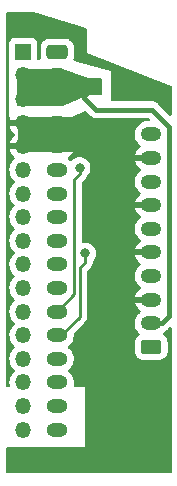
<source format=gbr>
G04 %TF.GenerationSoftware,KiCad,Pcbnew,(6.0.1)@% jlc*
G04 %TF.CreationDate,2022-07-06T22:23:35-07:00@% jlc*
G04 %TF.ProjectId,mu100-dit-connector-board,6d753130-302d-4646-9974-2d636f6e6e65,rev?@% jlc*
G04 %TF.SameCoordinates,PX4a615b8PY2b4db18@% jlc*
G04 %TF.FileFunction,Copper,L2,Bot@% jlc*
G04 %TF.FilePolarity,Positive@% jlc*
%FSLAX46Y46*%
G04 Gerber Fmt 4.6, Leading zero omitted, Abs format (unit mm)*
G04 Created by KiCad (PCBNEW (6.0.1)) date 2022-07-06 22:23:35*
%MOMM*%
%LPD*%
G01*
G04 APERTURE LIST*
G04 Aperture macros list*
%AMRoundRect*
0 Rectangle with rounded corners*
0 $1 Rounding radius*
0 $2 $3 $4 $5 $6 $7 $8 $9 X,Y pos of 4 corners*
0 Add a 4 corners polygon primitive as box body*
4,1,4,$2,$3,$4,$5,$6,$7,$8,$9,$2,$3,0*
0 Add four circle primitives for the rounded corners*
1,1,$1+$1,$2,$3*
1,1,$1+$1,$4,$5*
1,1,$1+$1,$6,$7*
1,1,$1+$1,$8,$9*
0 Add four rect primitives between the rounded corners*
20,1,$1+$1,$2,$3,$4,$5,0*
20,1,$1+$1,$4,$5,$6,$7,0*
20,1,$1+$1,$6,$7,$8,$9,0*
20,1,$1+$1,$8,$9,$2,$3,0*%
G04 Aperture macros list end*
G04 %TA.AperFunction,ComponentPad@% jlc*
%ADD10R,1.350000X1.350000*%
G04 %TD@% jlc*
G04 %TA.AperFunction,ComponentPad@% jlc*
%ADD11O,1.350000X1.350000*%
G04 %TD@% jlc*
G04 %TA.AperFunction,ComponentPad@% jlc*
%ADD12RoundRect,0.250000X0.625000X-0.350000X0.625000X0.350000X-0.625000X0.350000X-0.625000X-0.350000X0*%
G04 %TD@% jlc*
G04 %TA.AperFunction,ComponentPad@% jlc*
%ADD13O,1.750000X1.200000*%
G04 %TD@% jlc*
G04 %TA.AperFunction,ComponentPad@% jlc*
%ADD14RoundRect,0.250000X-0.650000X0.350000X-0.650000X-0.350000X0.650000X-0.350000X0.650000X0.350000X0*%
G04 %TD@% jlc*
G04 %TA.AperFunction,ComponentPad@% jlc*
%ADD15O,1.800000X1.200000*%
G04 %TD@% jlc*
G04 %TA.AperFunction,ViaPad@% jlc*
%ADD16C,0.800000*%
G04 %TD@% jlc*
G04 %TA.AperFunction,Conductor@% jlc*
%ADD17C,0.400000*%
G04 %TD@% jlc*
G04 %TA.AperFunction,Conductor@% jlc*
%ADD18C,0.250000*%
G04 %TD@% jlc*
G04 APERTURE END LIST*
D10*
G04 %TO.P,J1,1,Pin_1@% jlc*
G04 %TO.N,/RER@% jlc*
X79988400Y-49242000D03*
D11*
G04 %TO.P,J1,2,Pin_2@% jlc*
G04 %TO.N,+5V@% jlc*
X79988400Y-51242000D03*
G04 %TO.P,J1,3,Pin_3@% jlc*
X79988400Y-53242000D03*
G04 %TO.P,J1,4,Pin_4@% jlc*
G04 %TO.N,GND@% jlc*
X79988400Y-55242000D03*
G04 %TO.P,J1,5,Pin_5@% jlc*
X79988400Y-57242000D03*
G04 %TO.P,J1,6,Pin_6@% jlc*
G04 %TO.N,Net-(J1-Pad6)@% jlc*
X79988400Y-59242000D03*
G04 %TO.P,J1,7,Pin_7@% jlc*
G04 %TO.N,/MEL00@% jlc*
X79988400Y-61242000D03*
G04 %TO.P,J1,8,Pin_8@% jlc*
G04 %TO.N,/SYOD@% jlc*
X79988400Y-63242000D03*
G04 %TO.P,J1,9,Pin_9@% jlc*
G04 %TO.N,/QCLK@% jlc*
X79988400Y-65242000D03*
G04 %TO.P,J1,10,Pin_10@% jlc*
G04 %TO.N,Net-(J1-Pad10)@% jlc*
X79988400Y-67242000D03*
G04 %TO.P,J1,11,Pin_11@% jlc*
G04 %TO.N,/CK256@% jlc*
X79988400Y-69242000D03*
G04 %TO.P,J1,12,Pin_12@% jlc*
G04 %TO.N,/WCLK@% jlc*
X79988400Y-71242000D03*
G04 %TO.P,J1,13,Pin_13@% jlc*
G04 %TO.N,/DACOL@% jlc*
X79988400Y-73242000D03*
G04 %TO.P,J1,14,Pin_14@% jlc*
G04 %TO.N,/REA@% jlc*
X79988400Y-75242000D03*
G04 %TO.P,J1,15,Pin_15@% jlc*
G04 %TO.N,/REB@% jlc*
X79988400Y-77242000D03*
G04 %TO.P,J1,16,Pin_16@% jlc*
G04 %TO.N,GNDA@% jlc*
X79988400Y-79242000D03*
G04 %TO.P,J1,17,Pin_17@% jlc*
G04 %TO.N,+9VA@% jlc*
X79988400Y-81242000D03*
G04 %TD@% jlc*
D12*
G04 %TO.P,J3,1,Pin_1@% jlc*
G04 %TO.N,unconnected-(J3-Pad1)@% jlc*
X90808400Y-74232000D03*
D13*
G04 %TO.P,J3,2,Pin_2@% jlc*
G04 %TO.N,+5V@% jlc*
X90808400Y-72232000D03*
G04 %TO.P,J3,3,Pin_3@% jlc*
G04 %TO.N,GND@% jlc*
X90808400Y-70232000D03*
G04 %TO.P,J3,4,Pin_4@% jlc*
G04 %TO.N,/MCLK@% jlc*
X90808400Y-68232000D03*
G04 %TO.P,J3,5,Pin_5@% jlc*
G04 %TO.N,GND@% jlc*
X90808400Y-66232000D03*
G04 %TO.P,J3,6,Pin_6@% jlc*
G04 %TO.N,/SDAT@% jlc*
X90808400Y-64232000D03*
G04 %TO.P,J3,7,Pin_7@% jlc*
G04 %TO.N,GND@% jlc*
X90808400Y-62232000D03*
G04 %TO.P,J3,8,Pin_8@% jlc*
G04 %TO.N,/BICK@% jlc*
X90808400Y-60232000D03*
G04 %TO.P,J3,9,Pin_9@% jlc*
G04 %TO.N,GND@% jlc*
X90808400Y-58232000D03*
G04 %TO.P,J3,10,Pin_10@% jlc*
G04 %TO.N,/LRCK@% jlc*
X90808400Y-56232000D03*
G04 %TD@% jlc*
D14*
G04 %TO.P,J2,1,Pin_1@% jlc*
G04 %TO.N,/RER@% jlc*
X82848400Y-49242000D03*
D15*
G04 %TO.P,J2,2,Pin_2@% jlc*
G04 %TO.N,+5V@% jlc*
X82848400Y-51242000D03*
G04 %TO.P,J2,3,Pin_3@% jlc*
X82848400Y-53242000D03*
G04 %TO.P,J2,4,Pin_4@% jlc*
G04 %TO.N,GND@% jlc*
X82848400Y-55242000D03*
G04 %TO.P,J2,5,Pin_5@% jlc*
X82848400Y-57242000D03*
G04 %TO.P,J2,6,Pin_6@% jlc*
G04 %TO.N,Net-(J1-Pad6)@% jlc*
X82848400Y-59242000D03*
G04 %TO.P,J2,7,Pin_7@% jlc*
G04 %TO.N,/MEL00@% jlc*
X82848400Y-61242000D03*
G04 %TO.P,J2,8,Pin_8@% jlc*
G04 %TO.N,/SYOD@% jlc*
X82848400Y-63242000D03*
G04 %TO.P,J2,9,Pin_9@% jlc*
G04 %TO.N,/QCLK@% jlc*
X82848400Y-65242000D03*
G04 %TO.P,J2,10,Pin_10@% jlc*
G04 %TO.N,Net-(J1-Pad10)@% jlc*
X82848400Y-67242000D03*
G04 %TO.P,J2,11,Pin_11@% jlc*
G04 %TO.N,/CK256@% jlc*
X82848400Y-69242000D03*
G04 %TO.P,J2,12,Pin_12@% jlc*
G04 %TO.N,/WCLK@% jlc*
X82848400Y-71242000D03*
G04 %TO.P,J2,13,Pin_13@% jlc*
G04 %TO.N,/DACOL@% jlc*
X82848400Y-73242000D03*
G04 %TO.P,J2,14,Pin_14@% jlc*
G04 %TO.N,/REA@% jlc*
X82848400Y-75242000D03*
G04 %TO.P,J2,15,Pin_15@% jlc*
G04 %TO.N,/REB@% jlc*
X82848400Y-77242000D03*
G04 %TO.P,J2,16,Pin_16@% jlc*
G04 %TO.N,GNDA@% jlc*
X82848400Y-79242000D03*
G04 %TO.P,J2,17,Pin_17@% jlc*
G04 %TO.N,+9VA@% jlc*
X82848400Y-81242000D03*
G04 %TD@% jlc*
D16*
G04 %TO.N,GND@% jlc*
X92088400Y-53722000D03*
X90058400Y-52932000D03*
X85028400Y-54802000D03*
X86388400Y-55292000D03*
X88068400Y-55352000D03*
G04 %TO.N,/WCLK@% jlc*
X84756400Y-59071600D03*
G04 %TO.N,/DACOL@% jlc*
X85213600Y-66310600D03*
G04 %TD@% jlc*
D17*
G04 %TO.N,+5V@% jlc*
X83657800Y-51242000D02*
X85264400Y-52848600D01*
X82848400Y-53242000D02*
X83953000Y-52137400D01*
X82848400Y-51242000D02*
X83657800Y-51242000D01*
X84172200Y-52137400D02*
X86178800Y-54144000D01*
X92308880Y-55575080D02*
X92308880Y-71610520D01*
X90877800Y-54144000D02*
X92308880Y-55575080D01*
X83953000Y-52137400D02*
X84172200Y-52137400D01*
X91687400Y-72232000D02*
X90808400Y-72232000D01*
X86178800Y-54144000D02*
X90877800Y-54144000D01*
X92308880Y-71610520D02*
X91687400Y-72232000D01*
X85264400Y-52848600D02*
X83241800Y-52848600D01*
D18*
G04 %TO.N,/WCLK@% jlc*
X84756400Y-59071600D02*
X84756400Y-59594000D01*
X84299200Y-69791200D02*
X82848400Y-71242000D01*
X84756400Y-59594000D02*
X84299200Y-60051200D01*
X84299200Y-60051200D02*
X84299200Y-69791200D01*
G04 %TO.N,/DACOL@% jlc*
X85213600Y-67072600D02*
X84756400Y-67529800D01*
X85213600Y-66310600D02*
X85213600Y-67072600D01*
X84756400Y-67529800D02*
X84756400Y-71670000D01*
X84756400Y-71670000D02*
X83184400Y-73242000D01*
X83184400Y-73242000D02*
X82848400Y-73242000D01*
G04 %TD@% jlc*
G04 %TA.AperFunction,Conductor@% jlc*
G04 %TO.N,GND@% jlc*
G36*
X85322672Y-54289842D02*
G01*
X85657350Y-54624520D01*
X85663204Y-54630785D01*
X85701239Y-54674385D01*
X85707453Y-54678752D01*
X85753519Y-54711128D01*
X85758814Y-54715061D01*
X85809082Y-54754476D01*
X85815998Y-54757599D01*
X85818284Y-54758983D01*
X85832965Y-54767357D01*
X85835325Y-54768622D01*
X85841539Y-54772990D01*
X85848618Y-54775750D01*
X85848620Y-54775751D01*
X85901075Y-54796202D01*
X85907144Y-54798753D01*
X85965373Y-54825045D01*
X85972840Y-54826429D01*
X85975395Y-54827230D01*
X85991648Y-54831859D01*
X85994228Y-54832522D01*
X86001309Y-54835282D01*
X86008840Y-54836273D01*
X86008842Y-54836274D01*
X86038461Y-54840173D01*
X86064661Y-54843622D01*
X86071159Y-54844652D01*
X86133986Y-54856296D01*
X86141566Y-54855859D01*
X86141567Y-54855859D01*
X86196192Y-54852709D01*
X86203446Y-54852500D01*
X90532140Y-54852500D01*
X90600261Y-54872502D01*
X90621235Y-54889405D01*
X90640235Y-54908405D01*
X90674261Y-54970717D01*
X90669196Y-55041532D01*
X90626649Y-55098368D01*
X90560129Y-55123179D01*
X90551140Y-55123500D01*
X90480554Y-55123500D01*
X90322834Y-55138548D01*
X90119866Y-55198092D01*
X90114539Y-55200836D01*
X90114538Y-55200836D01*
X89937151Y-55292196D01*
X89937148Y-55292198D01*
X89931820Y-55294942D01*
X89765480Y-55425604D01*
X89761548Y-55430135D01*
X89761545Y-55430138D01*
X89692766Y-55509399D01*
X89626848Y-55585363D01*
X89623848Y-55590549D01*
X89623845Y-55590553D01*
X89543016Y-55730272D01*
X89520927Y-55768454D01*
X89451539Y-55968271D01*
X89450678Y-55974206D01*
X89450678Y-55974208D01*
X89426298Y-56142357D01*
X89421187Y-56177604D01*
X89430967Y-56388899D01*
X89432371Y-56394724D01*
X89432371Y-56394725D01*
X89462467Y-56519603D01*
X89480525Y-56594534D01*
X89568074Y-56787087D01*
X89690454Y-56959611D01*
X89843250Y-57105881D01*
X89848281Y-57109130D01*
X89848288Y-57109135D01*
X89876007Y-57127033D01*
X89922384Y-57180789D01*
X89932337Y-57251085D01*
X89902704Y-57315602D01*
X89885491Y-57331970D01*
X89770543Y-57422262D01*
X89761894Y-57430499D01*
X89631188Y-57581123D01*
X89624253Y-57590847D01*
X89524390Y-57763467D01*
X89519416Y-57774331D01*
X89453993Y-57962727D01*
X89453752Y-57963716D01*
X89455220Y-57974008D01*
X89468785Y-57978000D01*
X90936400Y-57978000D01*
X91004521Y-57998002D01*
X91051014Y-58051658D01*
X91062400Y-58104000D01*
X91062400Y-58360000D01*
X91042398Y-58428121D01*
X90988742Y-58474614D01*
X90936400Y-58486000D01*
X89472998Y-58486000D01*
X89459467Y-58489973D01*
X89458112Y-58499399D01*
X89479594Y-58588537D01*
X89483483Y-58599832D01*
X89566029Y-58781382D01*
X89571976Y-58791724D01*
X89687368Y-58954397D01*
X89695161Y-58963425D01*
X89839231Y-59101342D01*
X89848600Y-59108741D01*
X89875977Y-59126418D01*
X89922355Y-59180172D01*
X89932309Y-59250468D01*
X89902678Y-59314985D01*
X89885463Y-59331356D01*
X89765480Y-59425604D01*
X89761548Y-59430135D01*
X89761545Y-59430138D01*
X89642954Y-59566802D01*
X89626848Y-59585363D01*
X89623848Y-59590549D01*
X89623845Y-59590553D01*
X89595961Y-59638753D01*
X89520927Y-59768454D01*
X89451539Y-59968271D01*
X89450678Y-59974206D01*
X89450678Y-59974208D01*
X89435307Y-60080223D01*
X89421187Y-60177604D01*
X89430967Y-60388899D01*
X89480525Y-60594534D01*
X89568074Y-60787087D01*
X89690454Y-60959611D01*
X89843250Y-61105881D01*
X89848281Y-61109130D01*
X89848288Y-61109135D01*
X89876007Y-61127033D01*
X89922384Y-61180789D01*
X89932337Y-61251085D01*
X89902704Y-61315602D01*
X89885491Y-61331970D01*
X89770543Y-61422262D01*
X89761894Y-61430499D01*
X89631188Y-61581123D01*
X89624253Y-61590847D01*
X89524390Y-61763467D01*
X89519416Y-61774331D01*
X89453993Y-61962727D01*
X89453752Y-61963716D01*
X89455220Y-61974008D01*
X89468785Y-61978000D01*
X90936400Y-61978000D01*
X91004521Y-61998002D01*
X91051014Y-62051658D01*
X91062400Y-62104000D01*
X91062400Y-62360000D01*
X91042398Y-62428121D01*
X90988742Y-62474614D01*
X90936400Y-62486000D01*
X89472998Y-62486000D01*
X89459467Y-62489973D01*
X89458112Y-62499399D01*
X89479594Y-62588537D01*
X89483483Y-62599832D01*
X89566029Y-62781382D01*
X89571976Y-62791724D01*
X89687368Y-62954397D01*
X89695161Y-62963425D01*
X89839231Y-63101342D01*
X89848600Y-63108741D01*
X89875977Y-63126418D01*
X89922355Y-63180172D01*
X89932309Y-63250468D01*
X89902678Y-63314985D01*
X89885463Y-63331356D01*
X89765480Y-63425604D01*
X89761548Y-63430135D01*
X89761545Y-63430138D01*
X89642954Y-63566802D01*
X89626848Y-63585363D01*
X89623848Y-63590549D01*
X89623845Y-63590553D01*
X89595961Y-63638753D01*
X89520927Y-63768454D01*
X89451539Y-63968271D01*
X89421187Y-64177604D01*
X89430967Y-64388899D01*
X89480525Y-64594534D01*
X89568074Y-64787087D01*
X89690454Y-64959611D01*
X89843250Y-65105881D01*
X89848281Y-65109130D01*
X89848288Y-65109135D01*
X89876007Y-65127033D01*
X89922384Y-65180789D01*
X89932337Y-65251085D01*
X89902704Y-65315602D01*
X89885491Y-65331970D01*
X89770543Y-65422262D01*
X89761894Y-65430499D01*
X89631188Y-65581123D01*
X89624253Y-65590847D01*
X89524390Y-65763467D01*
X89519416Y-65774331D01*
X89453993Y-65962727D01*
X89453752Y-65963716D01*
X89455220Y-65974008D01*
X89468785Y-65978000D01*
X90936400Y-65978000D01*
X91004521Y-65998002D01*
X91051014Y-66051658D01*
X91062400Y-66104000D01*
X91062400Y-66360000D01*
X91042398Y-66428121D01*
X90988742Y-66474614D01*
X90936400Y-66486000D01*
X89472998Y-66486000D01*
X89459467Y-66489973D01*
X89458112Y-66499399D01*
X89479594Y-66588537D01*
X89483483Y-66599832D01*
X89566029Y-66781382D01*
X89571976Y-66791724D01*
X89687368Y-66954397D01*
X89695161Y-66963425D01*
X89839231Y-67101342D01*
X89848600Y-67108741D01*
X89875977Y-67126418D01*
X89922355Y-67180172D01*
X89932309Y-67250468D01*
X89902678Y-67314985D01*
X89885463Y-67331356D01*
X89765480Y-67425604D01*
X89761548Y-67430135D01*
X89761545Y-67430138D01*
X89710253Y-67489247D01*
X89626848Y-67585363D01*
X89623848Y-67590549D01*
X89623845Y-67590553D01*
X89595961Y-67638753D01*
X89520927Y-67768454D01*
X89451539Y-67968271D01*
X89421187Y-68177604D01*
X89430967Y-68388899D01*
X89480525Y-68594534D01*
X89568074Y-68787087D01*
X89690454Y-68959611D01*
X89843250Y-69105881D01*
X89848281Y-69109130D01*
X89848288Y-69109135D01*
X89876007Y-69127033D01*
X89922384Y-69180789D01*
X89932337Y-69251085D01*
X89902704Y-69315602D01*
X89885491Y-69331970D01*
X89770543Y-69422262D01*
X89761894Y-69430499D01*
X89631188Y-69581123D01*
X89624253Y-69590847D01*
X89524390Y-69763467D01*
X89519416Y-69774331D01*
X89453993Y-69962727D01*
X89453752Y-69963716D01*
X89455220Y-69974008D01*
X89468785Y-69978000D01*
X90936400Y-69978000D01*
X91004521Y-69998002D01*
X91051014Y-70051658D01*
X91062400Y-70104000D01*
X91062400Y-70360000D01*
X91042398Y-70428121D01*
X90988742Y-70474614D01*
X90936400Y-70486000D01*
X89472998Y-70486000D01*
X89459467Y-70489973D01*
X89458112Y-70499399D01*
X89479594Y-70588537D01*
X89483483Y-70599832D01*
X89566029Y-70781382D01*
X89571976Y-70791724D01*
X89687368Y-70954397D01*
X89695161Y-70963425D01*
X89839231Y-71101342D01*
X89848600Y-71108741D01*
X89875977Y-71126418D01*
X89922355Y-71180172D01*
X89932309Y-71250468D01*
X89902678Y-71314985D01*
X89885463Y-71331356D01*
X89765480Y-71425604D01*
X89761548Y-71430135D01*
X89761545Y-71430138D01*
X89642954Y-71566802D01*
X89626848Y-71585363D01*
X89623848Y-71590549D01*
X89623845Y-71590553D01*
X89543303Y-71729776D01*
X89520927Y-71768454D01*
X89451539Y-71968271D01*
X89450678Y-71974206D01*
X89450678Y-71974208D01*
X89422666Y-72167407D01*
X89421187Y-72177604D01*
X89430967Y-72388899D01*
X89432371Y-72394724D01*
X89432371Y-72394725D01*
X89469095Y-72547105D01*
X89480525Y-72594534D01*
X89568074Y-72787087D01*
X89690454Y-72959611D01*
X89694781Y-72963753D01*
X89694786Y-72963759D01*
X89785717Y-73050806D01*
X89821094Y-73112361D01*
X89817575Y-73183270D01*
X89776279Y-73241021D01*
X89764896Y-73248965D01*
X89709052Y-73283522D01*
X89584095Y-73408697D01*
X89491285Y-73559262D01*
X89488981Y-73566209D01*
X89441042Y-73710742D01*
X89435603Y-73727139D01*
X89424900Y-73831600D01*
X89424900Y-74632400D01*
X89435874Y-74738166D01*
X89491850Y-74905946D01*
X89584922Y-75056348D01*
X89710097Y-75181305D01*
X89716327Y-75185145D01*
X89716328Y-75185146D01*
X89853490Y-75269694D01*
X89860662Y-75274115D01*
X89909757Y-75290399D01*
X90022011Y-75327632D01*
X90022013Y-75327632D01*
X90028539Y-75329797D01*
X90035375Y-75330497D01*
X90035378Y-75330498D01*
X90078431Y-75334909D01*
X90133000Y-75340500D01*
X91483800Y-75340500D01*
X91487046Y-75340163D01*
X91487050Y-75340163D01*
X91582708Y-75330238D01*
X91582712Y-75330237D01*
X91589566Y-75329526D01*
X91596102Y-75327345D01*
X91596104Y-75327345D01*
X91728206Y-75283272D01*
X91757346Y-75273550D01*
X91907748Y-75180478D01*
X92032705Y-75055303D01*
X92069949Y-74994882D01*
X92121675Y-74910968D01*
X92121676Y-74910966D01*
X92125515Y-74904738D01*
X92181197Y-74736861D01*
X92191900Y-74632400D01*
X92191900Y-73831600D01*
X92180926Y-73725834D01*
X92174158Y-73705546D01*
X92127268Y-73565002D01*
X92124950Y-73558054D01*
X92031878Y-73407652D01*
X91906703Y-73282695D01*
X91855164Y-73250925D01*
X91807671Y-73198154D01*
X91796247Y-73128082D01*
X91824521Y-73062958D01*
X91843445Y-73044582D01*
X91851320Y-73038396D01*
X91975088Y-72895766D01*
X92011550Y-72866945D01*
X92018056Y-72864487D01*
X92024317Y-72860185D01*
X92026686Y-72858946D01*
X92041497Y-72850701D01*
X92043751Y-72849368D01*
X92050705Y-72846315D01*
X92101402Y-72807413D01*
X92106732Y-72803541D01*
X92153120Y-72771661D01*
X92153125Y-72771656D01*
X92159381Y-72767357D01*
X92200827Y-72720839D01*
X92205808Y-72715563D01*
X92345305Y-72576066D01*
X92407617Y-72542040D01*
X92478432Y-72547105D01*
X92535268Y-72589652D01*
X92560079Y-72656172D01*
X92560400Y-72665161D01*
X92560400Y-84773000D01*
X92540398Y-84841121D01*
X92486742Y-84887614D01*
X92434400Y-84899000D01*
X78627400Y-84899000D01*
X78559279Y-84878998D01*
X78512786Y-84825342D01*
X78501400Y-84773000D01*
X78501400Y-82867400D01*
X78521402Y-82799279D01*
X78575058Y-82752786D01*
X78627400Y-82741400D01*
X85231800Y-82741400D01*
X85231800Y-77632000D01*
X84357539Y-77632000D01*
X84289418Y-77611998D01*
X84242925Y-77558342D01*
X84232843Y-77487920D01*
X84259752Y-77302336D01*
X84259752Y-77302333D01*
X84260613Y-77296396D01*
X84250833Y-77085101D01*
X84201275Y-76879466D01*
X84161812Y-76792671D01*
X84116206Y-76692368D01*
X84113726Y-76686913D01*
X83991346Y-76514389D01*
X83838550Y-76368119D01*
X83832655Y-76364312D01*
X83806237Y-76347254D01*
X83759860Y-76293499D01*
X83749907Y-76223203D01*
X83779539Y-76158686D01*
X83796753Y-76142317D01*
X83911602Y-76052102D01*
X83916320Y-76048396D01*
X83920252Y-76043865D01*
X83920255Y-76043862D01*
X84051021Y-75893167D01*
X84054952Y-75888637D01*
X84057952Y-75883451D01*
X84057955Y-75883447D01*
X84157867Y-75710742D01*
X84160873Y-75705546D01*
X84230261Y-75505729D01*
X84254267Y-75340163D01*
X84259752Y-75302336D01*
X84259752Y-75302333D01*
X84260613Y-75296396D01*
X84250833Y-75085101D01*
X84205982Y-74898998D01*
X84202681Y-74885299D01*
X84202680Y-74885297D01*
X84201275Y-74879466D01*
X84161812Y-74792671D01*
X84133911Y-74731308D01*
X84113726Y-74686913D01*
X83991346Y-74514389D01*
X83838550Y-74368119D01*
X83832655Y-74364312D01*
X83806237Y-74347254D01*
X83759860Y-74293499D01*
X83749907Y-74223203D01*
X83779539Y-74158686D01*
X83796753Y-74142317D01*
X83911602Y-74052102D01*
X83916320Y-74048396D01*
X83920252Y-74043865D01*
X83920255Y-74043862D01*
X84051021Y-73893167D01*
X84054952Y-73888637D01*
X84057952Y-73883451D01*
X84057955Y-73883447D01*
X84157867Y-73710742D01*
X84160873Y-73705546D01*
X84230261Y-73505729D01*
X84260613Y-73296396D01*
X84254541Y-73165204D01*
X84252803Y-73127652D01*
X84269634Y-73058680D01*
X84289573Y-73032731D01*
X85148658Y-72173647D01*
X85156937Y-72166113D01*
X85163418Y-72162000D01*
X85210044Y-72112348D01*
X85212798Y-72109507D01*
X85232535Y-72089770D01*
X85235015Y-72086573D01*
X85242720Y-72077551D01*
X85267559Y-72051100D01*
X85272986Y-72045321D01*
X85276805Y-72038375D01*
X85276807Y-72038372D01*
X85282748Y-72027566D01*
X85293599Y-72011047D01*
X85301158Y-72001301D01*
X85306014Y-71995041D01*
X85309159Y-71987772D01*
X85309162Y-71987768D01*
X85323574Y-71954463D01*
X85328791Y-71943813D01*
X85350095Y-71905060D01*
X85355133Y-71885437D01*
X85361537Y-71866734D01*
X85366433Y-71855420D01*
X85366433Y-71855419D01*
X85369581Y-71848145D01*
X85370820Y-71840322D01*
X85370823Y-71840312D01*
X85376499Y-71804476D01*
X85378905Y-71792856D01*
X85387928Y-71757711D01*
X85387928Y-71757710D01*
X85389900Y-71750030D01*
X85389900Y-71729776D01*
X85391451Y-71710065D01*
X85393380Y-71697886D01*
X85394620Y-71690057D01*
X85390459Y-71646038D01*
X85389900Y-71634181D01*
X85389900Y-67844394D01*
X85409902Y-67776273D01*
X85426805Y-67755299D01*
X85605847Y-67576257D01*
X85614137Y-67568713D01*
X85620618Y-67564600D01*
X85667259Y-67514932D01*
X85670013Y-67512091D01*
X85689734Y-67492370D01*
X85692212Y-67489175D01*
X85699918Y-67480153D01*
X85724758Y-67453701D01*
X85730186Y-67447921D01*
X85739946Y-67430168D01*
X85750799Y-67413645D01*
X85758353Y-67403906D01*
X85763213Y-67397641D01*
X85780776Y-67357057D01*
X85785983Y-67346427D01*
X85807295Y-67307660D01*
X85809266Y-67299983D01*
X85809268Y-67299978D01*
X85812332Y-67288042D01*
X85818738Y-67269330D01*
X85823634Y-67258017D01*
X85826781Y-67250745D01*
X85833697Y-67207081D01*
X85836104Y-67195460D01*
X85845128Y-67160311D01*
X85845128Y-67160310D01*
X85847100Y-67152630D01*
X85847100Y-67132369D01*
X85848651Y-67112658D01*
X85849272Y-67108741D01*
X85851819Y-67092657D01*
X85847659Y-67048646D01*
X85847100Y-67036789D01*
X85847100Y-67013124D01*
X85867102Y-66945003D01*
X85879458Y-66928821D01*
X85952640Y-66847544D01*
X86048127Y-66682156D01*
X86107142Y-66500528D01*
X86108252Y-66489973D01*
X86126414Y-66317165D01*
X86127104Y-66310600D01*
X86117841Y-66222465D01*
X86107832Y-66127235D01*
X86107832Y-66127233D01*
X86107142Y-66120672D01*
X86048127Y-65939044D01*
X85952640Y-65773656D01*
X85824853Y-65631734D01*
X85670352Y-65519482D01*
X85664324Y-65516798D01*
X85664322Y-65516797D01*
X85501919Y-65444491D01*
X85501918Y-65444491D01*
X85495888Y-65441806D01*
X85402487Y-65421953D01*
X85315544Y-65403472D01*
X85315539Y-65403472D01*
X85309087Y-65402100D01*
X85118113Y-65402100D01*
X85107865Y-65404278D01*
X85084896Y-65409160D01*
X85014105Y-65403757D01*
X84957473Y-65360940D01*
X84932980Y-65294302D01*
X84932700Y-65285913D01*
X84932700Y-60365794D01*
X84952702Y-60297673D01*
X84969605Y-60276699D01*
X85148647Y-60097657D01*
X85156937Y-60090113D01*
X85163418Y-60086000D01*
X85210059Y-60036332D01*
X85212813Y-60033491D01*
X85232534Y-60013770D01*
X85235012Y-60010575D01*
X85242718Y-60001553D01*
X85267558Y-59975101D01*
X85272986Y-59969321D01*
X85282746Y-59951568D01*
X85293599Y-59935045D01*
X85301153Y-59925306D01*
X85306013Y-59919041D01*
X85323576Y-59878457D01*
X85328783Y-59867827D01*
X85350095Y-59829060D01*
X85352066Y-59821383D01*
X85352068Y-59821378D01*
X85355132Y-59809442D01*
X85361538Y-59790730D01*
X85366433Y-59779419D01*
X85369581Y-59772145D01*
X85370602Y-59765699D01*
X85397581Y-59717229D01*
X85491017Y-59613457D01*
X85491020Y-59613453D01*
X85495440Y-59608544D01*
X85590927Y-59443156D01*
X85649942Y-59261528D01*
X85651105Y-59250468D01*
X85669214Y-59078165D01*
X85669904Y-59071600D01*
X85661841Y-58994882D01*
X85650632Y-58888235D01*
X85650632Y-58888233D01*
X85649942Y-58881672D01*
X85590927Y-58700044D01*
X85495440Y-58534656D01*
X85463695Y-58499399D01*
X85372075Y-58397645D01*
X85372074Y-58397644D01*
X85367653Y-58392734D01*
X85213152Y-58280482D01*
X85207124Y-58277798D01*
X85207122Y-58277797D01*
X85044719Y-58205491D01*
X85044718Y-58205491D01*
X85038688Y-58202806D01*
X84945287Y-58182953D01*
X84858344Y-58164472D01*
X84858339Y-58164472D01*
X84851887Y-58163100D01*
X84660913Y-58163100D01*
X84654461Y-58164472D01*
X84654456Y-58164472D01*
X84567513Y-58182953D01*
X84474112Y-58202806D01*
X84468082Y-58205491D01*
X84468081Y-58205491D01*
X84305678Y-58277797D01*
X84305676Y-58277798D01*
X84299648Y-58280482D01*
X84145147Y-58392734D01*
X84113285Y-58428121D01*
X84102044Y-58440605D01*
X84041598Y-58477845D01*
X83970615Y-58476493D01*
X83921277Y-58447313D01*
X83842880Y-58372264D01*
X83838550Y-58368119D01*
X83833519Y-58364870D01*
X83833512Y-58364865D01*
X83805793Y-58346967D01*
X83759416Y-58293211D01*
X83749463Y-58222915D01*
X83779096Y-58158398D01*
X83796309Y-58142030D01*
X83911257Y-58051738D01*
X83919906Y-58043501D01*
X84050612Y-57892877D01*
X84057547Y-57883153D01*
X84157410Y-57710533D01*
X84162384Y-57699669D01*
X84227807Y-57511273D01*
X84228048Y-57510284D01*
X84226580Y-57499992D01*
X84213015Y-57496000D01*
X81487998Y-57496000D01*
X81474467Y-57499973D01*
X81473112Y-57509399D01*
X81488073Y-57571480D01*
X81484588Y-57642391D01*
X81443318Y-57700161D01*
X81377367Y-57726447D01*
X81365580Y-57727000D01*
X81248987Y-57727000D01*
X81180866Y-57706998D01*
X81134373Y-57653342D01*
X81124269Y-57583068D01*
X81129674Y-57560499D01*
X81141785Y-57524821D01*
X81144417Y-57513857D01*
X81142440Y-57499992D01*
X81128874Y-57496000D01*
X78850381Y-57496000D01*
X78836850Y-57499973D01*
X78835558Y-57508962D01*
X78867056Y-57632985D01*
X78870897Y-57643832D01*
X78957085Y-57830789D01*
X78962836Y-57840750D01*
X79081654Y-58008873D01*
X79089125Y-58017621D01*
X79228518Y-58153411D01*
X79263356Y-58215272D01*
X79259219Y-58286148D01*
X79223674Y-58338396D01*
X79126242Y-58423842D01*
X78991581Y-58594658D01*
X78890305Y-58787154D01*
X78888592Y-58792671D01*
X78835571Y-58963425D01*
X78825803Y-58994882D01*
X78800237Y-59210887D01*
X78814463Y-59427933D01*
X78815884Y-59433529D01*
X78815885Y-59433534D01*
X78866584Y-59633158D01*
X78868005Y-59638753D01*
X78959068Y-59836285D01*
X78962401Y-59841001D01*
X79057174Y-59975101D01*
X79084604Y-60013914D01*
X79088746Y-60017949D01*
X79228141Y-60153741D01*
X79262979Y-60215602D01*
X79258842Y-60286478D01*
X79223299Y-60338726D01*
X79126242Y-60423842D01*
X78991581Y-60594658D01*
X78890305Y-60787154D01*
X78825803Y-60994882D01*
X78800237Y-61210887D01*
X78814463Y-61427933D01*
X78868005Y-61638753D01*
X78959068Y-61836285D01*
X78962401Y-61841001D01*
X79048429Y-61962727D01*
X79084604Y-62013914D01*
X79088746Y-62017949D01*
X79228141Y-62153741D01*
X79262979Y-62215602D01*
X79258842Y-62286478D01*
X79223299Y-62338726D01*
X79126242Y-62423842D01*
X78991581Y-62594658D01*
X78890305Y-62787154D01*
X78888592Y-62792671D01*
X78835571Y-62963425D01*
X78825803Y-62994882D01*
X78800237Y-63210887D01*
X78814463Y-63427933D01*
X78815884Y-63433529D01*
X78815885Y-63433534D01*
X78855764Y-63590553D01*
X78868005Y-63638753D01*
X78959068Y-63836285D01*
X78962401Y-63841001D01*
X79056543Y-63974208D01*
X79084604Y-64013914D01*
X79088746Y-64017949D01*
X79228141Y-64153741D01*
X79262979Y-64215602D01*
X79258842Y-64286478D01*
X79223299Y-64338726D01*
X79126242Y-64423842D01*
X78991581Y-64594658D01*
X78890305Y-64787154D01*
X78825803Y-64994882D01*
X78800237Y-65210887D01*
X78814463Y-65427933D01*
X78815884Y-65433529D01*
X78815885Y-65433534D01*
X78838699Y-65523363D01*
X78868005Y-65638753D01*
X78959068Y-65836285D01*
X78962401Y-65841001D01*
X79048429Y-65962727D01*
X79084604Y-66013914D01*
X79088746Y-66017949D01*
X79228141Y-66153741D01*
X79262979Y-66215602D01*
X79258842Y-66286478D01*
X79223299Y-66338726D01*
X79126242Y-66423842D01*
X78991581Y-66594658D01*
X78890305Y-66787154D01*
X78888592Y-66792671D01*
X78835571Y-66963425D01*
X78825803Y-66994882D01*
X78800237Y-67210887D01*
X78814463Y-67427933D01*
X78815884Y-67433529D01*
X78815885Y-67433534D01*
X78855764Y-67590553D01*
X78868005Y-67638753D01*
X78959068Y-67836285D01*
X78962401Y-67841001D01*
X79056543Y-67974208D01*
X79084604Y-68013914D01*
X79088746Y-68017949D01*
X79228141Y-68153741D01*
X79262979Y-68215602D01*
X79258842Y-68286478D01*
X79223299Y-68338726D01*
X79126242Y-68423842D01*
X78991581Y-68594658D01*
X78890305Y-68787154D01*
X78825803Y-68994882D01*
X78800237Y-69210887D01*
X78814463Y-69427933D01*
X78868005Y-69638753D01*
X78959068Y-69836285D01*
X78962401Y-69841001D01*
X79048429Y-69962727D01*
X79084604Y-70013914D01*
X79088746Y-70017949D01*
X79228141Y-70153741D01*
X79262979Y-70215602D01*
X79258842Y-70286478D01*
X79223299Y-70338726D01*
X79126242Y-70423842D01*
X78991581Y-70594658D01*
X78890305Y-70787154D01*
X78888592Y-70792671D01*
X78835571Y-70963425D01*
X78825803Y-70994882D01*
X78800237Y-71210887D01*
X78814463Y-71427933D01*
X78815884Y-71433529D01*
X78815885Y-71433534D01*
X78855764Y-71590553D01*
X78868005Y-71638753D01*
X78870422Y-71643996D01*
X78900880Y-71710065D01*
X78959068Y-71836285D01*
X78962401Y-71841001D01*
X79056543Y-71974208D01*
X79084604Y-72013914D01*
X79088746Y-72017949D01*
X79228141Y-72153741D01*
X79262979Y-72215602D01*
X79258842Y-72286478D01*
X79223299Y-72338726D01*
X79126242Y-72423842D01*
X78991581Y-72594658D01*
X78890305Y-72787154D01*
X78825803Y-72994882D01*
X78800237Y-73210887D01*
X78814463Y-73427933D01*
X78815884Y-73433529D01*
X78815885Y-73433534D01*
X78849274Y-73565002D01*
X78868005Y-73638753D01*
X78959068Y-73836285D01*
X79084604Y-74013914D01*
X79088746Y-74017949D01*
X79228141Y-74153741D01*
X79262979Y-74215602D01*
X79258842Y-74286478D01*
X79223299Y-74338726D01*
X79126242Y-74423842D01*
X79122670Y-74428373D01*
X79058126Y-74510247D01*
X78991581Y-74594658D01*
X78890305Y-74787154D01*
X78825803Y-74994882D01*
X78800237Y-75210887D01*
X78814463Y-75427933D01*
X78868005Y-75638753D01*
X78959068Y-75836285D01*
X79084604Y-76013914D01*
X79088746Y-76017949D01*
X79228141Y-76153741D01*
X79262979Y-76215602D01*
X79258842Y-76286478D01*
X79223299Y-76338726D01*
X79126242Y-76423842D01*
X79122670Y-76428373D01*
X79058126Y-76510247D01*
X78991581Y-76594658D01*
X78890305Y-76787154D01*
X78825803Y-76994882D01*
X78800237Y-77210887D01*
X78814463Y-77427933D01*
X78826413Y-77474985D01*
X78823795Y-77545932D01*
X78783235Y-77604202D01*
X78717611Y-77631294D01*
X78704290Y-77632000D01*
X78627400Y-77632000D01*
X78559279Y-77611998D01*
X78512786Y-77558342D01*
X78501400Y-77506000D01*
X78501400Y-56984799D01*
X78833618Y-56984799D01*
X78840350Y-56988000D01*
X79716285Y-56988000D01*
X79731524Y-56983525D01*
X79732729Y-56982135D01*
X79734400Y-56974452D01*
X79734400Y-56969885D01*
X80242400Y-56969885D01*
X80246875Y-56985124D01*
X80248265Y-56986329D01*
X80255948Y-56988000D01*
X81127885Y-56988000D01*
X81141416Y-56984027D01*
X81142585Y-56975892D01*
X81141971Y-56973716D01*
X81468752Y-56973716D01*
X81470220Y-56984008D01*
X81483785Y-56988000D01*
X82576285Y-56988000D01*
X82591524Y-56983525D01*
X82592729Y-56982135D01*
X82594400Y-56974452D01*
X82594400Y-56969885D01*
X83102400Y-56969885D01*
X83106875Y-56985124D01*
X83108265Y-56986329D01*
X83115948Y-56988000D01*
X84208802Y-56988000D01*
X84222333Y-56984027D01*
X84223688Y-56974601D01*
X84202206Y-56885463D01*
X84198317Y-56874168D01*
X84115771Y-56692618D01*
X84109824Y-56682276D01*
X83994432Y-56519603D01*
X83986639Y-56510575D01*
X83842569Y-56372658D01*
X83833199Y-56365258D01*
X83805379Y-56347295D01*
X83759001Y-56293540D01*
X83749047Y-56223244D01*
X83778678Y-56158727D01*
X83795893Y-56142357D01*
X83911257Y-56051738D01*
X83919906Y-56043501D01*
X84050612Y-55892877D01*
X84057547Y-55883153D01*
X84157410Y-55710533D01*
X84162384Y-55699669D01*
X84227807Y-55511273D01*
X84228048Y-55510284D01*
X84226580Y-55499992D01*
X84213015Y-55496000D01*
X83120515Y-55496000D01*
X83105276Y-55500475D01*
X83104071Y-55501865D01*
X83102400Y-55509548D01*
X83102400Y-56969885D01*
X82594400Y-56969885D01*
X82594400Y-55514115D01*
X82589925Y-55498876D01*
X82588535Y-55497671D01*
X82580852Y-55496000D01*
X81487998Y-55496000D01*
X81474467Y-55499973D01*
X81473112Y-55509399D01*
X81494594Y-55598537D01*
X81498483Y-55609832D01*
X81581029Y-55791382D01*
X81586976Y-55801724D01*
X81702368Y-55964397D01*
X81710161Y-55973425D01*
X81854231Y-56111342D01*
X81863601Y-56118742D01*
X81891421Y-56136705D01*
X81937799Y-56190460D01*
X81947753Y-56260756D01*
X81918122Y-56325273D01*
X81900907Y-56341643D01*
X81785543Y-56432262D01*
X81776894Y-56440499D01*
X81646188Y-56591123D01*
X81639253Y-56600847D01*
X81539390Y-56773467D01*
X81534416Y-56784331D01*
X81468993Y-56972727D01*
X81468752Y-56973716D01*
X81141971Y-56973716D01*
X81099125Y-56821794D01*
X81095003Y-56811055D01*
X81003949Y-56626417D01*
X80997938Y-56616608D01*
X80874760Y-56451651D01*
X80867071Y-56443111D01*
X80748720Y-56333709D01*
X80712275Y-56272780D01*
X80714556Y-56201820D01*
X80753680Y-56144310D01*
X80824053Y-56085782D01*
X80832182Y-56077653D01*
X80963820Y-55919375D01*
X80970344Y-55909882D01*
X81070931Y-55730272D01*
X81075610Y-55719763D01*
X81141786Y-55524817D01*
X81144417Y-55513857D01*
X81142440Y-55499992D01*
X81128874Y-55496000D01*
X80260515Y-55496000D01*
X80245276Y-55500475D01*
X80244071Y-55501865D01*
X80242400Y-55509548D01*
X80242400Y-56969885D01*
X79734400Y-56969885D01*
X79734400Y-55514115D01*
X79729925Y-55498876D01*
X79728535Y-55497671D01*
X79720852Y-55496000D01*
X78850381Y-55496000D01*
X78836850Y-55499973D01*
X78835558Y-55508962D01*
X78867056Y-55632985D01*
X78870897Y-55643832D01*
X78957085Y-55830789D01*
X78962836Y-55840750D01*
X79081654Y-56008873D01*
X79089120Y-56017615D01*
X79228877Y-56153761D01*
X79263714Y-56215623D01*
X79259577Y-56286499D01*
X79224032Y-56338747D01*
X79130952Y-56420376D01*
X79123030Y-56428724D01*
X78995580Y-56590394D01*
X78989309Y-56600050D01*
X78893460Y-56782229D01*
X78889055Y-56792863D01*
X78833836Y-56970700D01*
X78833618Y-56984799D01*
X78501400Y-56984799D01*
X78501400Y-54728200D01*
X78806194Y-54728200D01*
X78825065Y-54744552D01*
X78863449Y-54804279D01*
X78862886Y-54877141D01*
X78833836Y-54970700D01*
X78833618Y-54984799D01*
X78840350Y-54988000D01*
X81127885Y-54988000D01*
X81141416Y-54984027D01*
X81142585Y-54975893D01*
X81117910Y-54888402D01*
X81118670Y-54817409D01*
X81157691Y-54758098D01*
X81222584Y-54729298D01*
X81239179Y-54728200D01*
X81376772Y-54728200D01*
X81444893Y-54748202D01*
X81491386Y-54801858D01*
X81501490Y-54872132D01*
X81495799Y-54895534D01*
X81468995Y-54972721D01*
X81468752Y-54973716D01*
X81470220Y-54984008D01*
X81483785Y-54988000D01*
X84208802Y-54988000D01*
X84222333Y-54984027D01*
X84223688Y-54974601D01*
X84202206Y-54885463D01*
X84198315Y-54874164D01*
X84179451Y-54832673D01*
X84169465Y-54762382D01*
X84199066Y-54697851D01*
X84244623Y-54664667D01*
X85184051Y-54263079D01*
X85254550Y-54254695D01*
X85322672Y-54289842D01*
G37*
G04 %TD.AperFunction@% jlc*
G04 %TA.AperFunction,Conductor@% jlc*
G36*
X80999529Y-45920545D02*
G01*
X81170056Y-45972879D01*
X85276967Y-47233276D01*
X85336222Y-47272384D01*
X85364927Y-47337319D01*
X85366000Y-47353731D01*
X85366000Y-49318000D01*
X85384392Y-49325278D01*
X92480762Y-52133420D01*
X92536744Y-52177084D01*
X92560400Y-52250580D01*
X92560400Y-54520440D01*
X92540398Y-54588561D01*
X92486742Y-54635054D01*
X92416468Y-54645158D01*
X92351888Y-54615664D01*
X92345305Y-54609535D01*
X91399250Y-53663480D01*
X91393396Y-53657215D01*
X91377290Y-53638753D01*
X91355361Y-53613615D01*
X91303080Y-53576871D01*
X91297786Y-53572939D01*
X91253493Y-53538209D01*
X91247518Y-53533524D01*
X91240602Y-53530401D01*
X91238316Y-53529017D01*
X91223635Y-53520643D01*
X91221275Y-53519378D01*
X91215061Y-53515010D01*
X91207982Y-53512250D01*
X91207980Y-53512249D01*
X91155525Y-53491798D01*
X91149456Y-53489247D01*
X91091227Y-53462955D01*
X91083760Y-53461571D01*
X91081205Y-53460770D01*
X91064952Y-53456141D01*
X91062372Y-53455478D01*
X91055291Y-53452718D01*
X91047760Y-53451727D01*
X91047758Y-53451726D01*
X91018139Y-53447827D01*
X90991939Y-53444378D01*
X90985441Y-53443348D01*
X90922614Y-53431704D01*
X90915034Y-53432141D01*
X90915033Y-53432141D01*
X90860408Y-53435291D01*
X90853154Y-53435500D01*
X87548264Y-53435500D01*
X87480143Y-53415498D01*
X87433650Y-53361842D01*
X87425592Y-53305800D01*
X87423400Y-53305800D01*
X87423400Y-50892800D01*
X87411729Y-50889440D01*
X85782923Y-50420541D01*
X84302190Y-49994270D01*
X84242261Y-49956203D01*
X84212426Y-49891779D01*
X84217454Y-49833520D01*
X84244032Y-49753389D01*
X84244032Y-49753387D01*
X84246197Y-49746861D01*
X84256900Y-49642400D01*
X84256900Y-48841600D01*
X84245926Y-48735834D01*
X84189950Y-48568054D01*
X84096878Y-48417652D01*
X83971703Y-48292695D01*
X83965472Y-48288854D01*
X83827368Y-48203725D01*
X83827366Y-48203724D01*
X83821138Y-48199885D01*
X83660654Y-48146655D01*
X83659789Y-48146368D01*
X83659787Y-48146368D01*
X83653261Y-48144203D01*
X83646425Y-48143503D01*
X83646422Y-48143502D01*
X83603369Y-48139091D01*
X83548800Y-48133500D01*
X82148000Y-48133500D01*
X82144754Y-48133837D01*
X82144750Y-48133837D01*
X82049092Y-48143762D01*
X82049088Y-48143763D01*
X82042234Y-48144474D01*
X82035698Y-48146655D01*
X82035696Y-48146655D01*
X81903594Y-48190728D01*
X81874454Y-48200450D01*
X81724052Y-48293522D01*
X81599095Y-48418697D01*
X81595255Y-48424927D01*
X81595254Y-48424928D01*
X81537350Y-48518866D01*
X81506285Y-48569262D01*
X81450603Y-48737139D01*
X81439900Y-48841600D01*
X81439900Y-49642400D01*
X81450874Y-49748166D01*
X81453056Y-49754706D01*
X81453057Y-49754711D01*
X81455397Y-49761726D01*
X81457981Y-49832676D01*
X81421796Y-49893759D01*
X81358331Y-49925582D01*
X81335873Y-49927600D01*
X81297900Y-49927600D01*
X81229779Y-49907598D01*
X81183286Y-49853942D01*
X81171900Y-49801600D01*
X81171900Y-48518866D01*
X81165145Y-48456684D01*
X81114015Y-48320295D01*
X81026661Y-48203739D01*
X80910105Y-48116385D01*
X80773716Y-48065255D01*
X80711534Y-48058500D01*
X79265266Y-48058500D01*
X79203084Y-48065255D01*
X79066695Y-48116385D01*
X78950139Y-48203739D01*
X78862785Y-48320295D01*
X78811655Y-48456684D01*
X78804900Y-48518866D01*
X78804900Y-49897719D01*
X78802021Y-49924501D01*
X78801347Y-49927600D01*
X78501400Y-49927600D01*
X78501400Y-46041000D01*
X78521402Y-45972879D01*
X78575058Y-45926386D01*
X78627400Y-45915000D01*
X80962562Y-45915000D01*
X80999529Y-45920545D01*
G37*
G04 %TD.AperFunction@% jlc*
G04 %TD@% jlc*
G04 %TA.AperFunction,Conductor@% jlc*
G04 %TO.N,+5V@% jlc*
G36*
X83329101Y-50707683D02*
G01*
X85432400Y-51422868D01*
X85432402Y-51422868D01*
X85442200Y-51426200D01*
X86486754Y-51426200D01*
X86554875Y-51446202D01*
X86601368Y-51499858D01*
X86612735Y-51550028D01*
X86633790Y-52771228D01*
X86614966Y-52839683D01*
X86562119Y-52887094D01*
X86507809Y-52899400D01*
X85467600Y-52899400D01*
X83358661Y-53828337D01*
X83307054Y-53839025D01*
X79553353Y-53814613D01*
X79485364Y-53794169D01*
X79439221Y-53740212D01*
X79428173Y-53688845D01*
X79423016Y-50850597D01*
X79442894Y-50782440D01*
X79496466Y-50735850D01*
X79548227Y-50724370D01*
X82041240Y-50708775D01*
X83287750Y-50700977D01*
X83329101Y-50707683D01*
G37*
G04 %TD.AperFunction@% jlc*
G04 %TD@% jlc*
G04 %TA.AperFunction,Conductor@% jlc*
G04 %TO.N,GND@% jlc*
G36*
X78798400Y-54912000D02*
G01*
X78493400Y-54912000D01*
X78493400Y-49632000D01*
X78798400Y-49632000D01*
X78798400Y-54912000D01*
G37*
G04 %TD.AperFunction@% jlc*
G04 %TD@% jlc*
G04 %TA.AperFunction,Conductor@% jlc*
G04 %TO.N,GND@% jlc*
G36*
X84318400Y-57732000D02*
G01*
X82793431Y-57732000D01*
X82793400Y-57727000D01*
X79593400Y-57727000D01*
X79593353Y-57732000D01*
X79518400Y-57732000D01*
X79518400Y-54732000D01*
X84318400Y-54732000D01*
X84318400Y-57732000D01*
G37*
G04 %TD.AperFunction@% jlc*
G04 %TD@% jlc*
M02*

</source>
